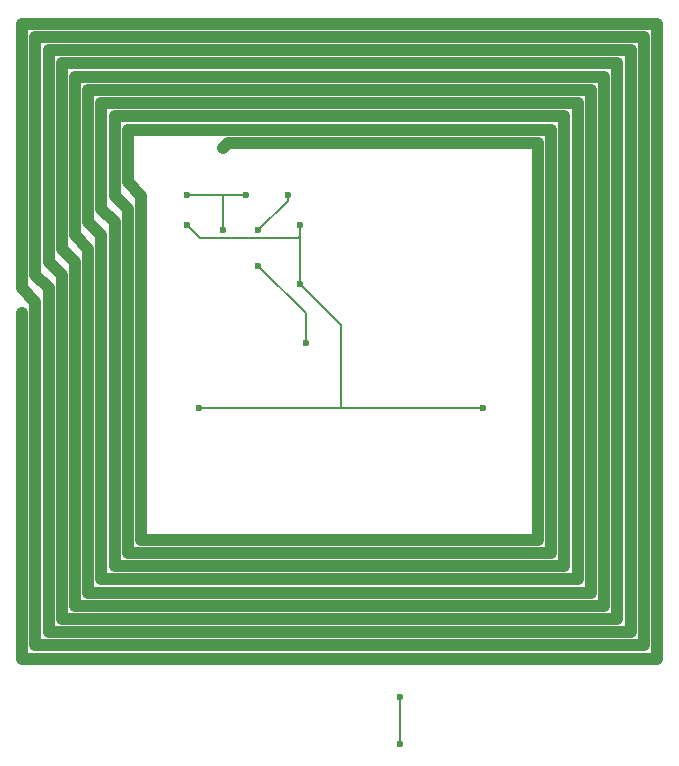
<source format=gbr>
%TF.GenerationSoftware,KiCad,Pcbnew,8.0.3-8.0.3-0~ubuntu24.04.1*%
%TF.CreationDate,2024-06-13T22:02:11+05:00*%
%TF.ProjectId,solartap_mcu_clear,736f6c61-7274-4617-905f-6d63755f636c,rev?*%
%TF.SameCoordinates,Original*%
%TF.FileFunction,Copper,L2,Bot*%
%TF.FilePolarity,Positive*%
%FSLAX46Y46*%
G04 Gerber Fmt 4.6, Leading zero omitted, Abs format (unit mm)*
G04 Created by KiCad (PCBNEW 8.0.3-8.0.3-0~ubuntu24.04.1) date 2024-06-13 22:02:11*
%MOMM*%
%LPD*%
G01*
G04 APERTURE LIST*
%TA.AperFunction,ViaPad*%
%ADD10C,0.600000*%
%TD*%
%TA.AperFunction,Conductor*%
%ADD11C,0.200000*%
%TD*%
%TA.AperFunction,Conductor*%
%ADD12C,1.000000*%
%TD*%
G04 APERTURE END LIST*
D10*
%TO.N,+3.3V*%
X82000000Y-65000000D03*
X91500000Y-70000000D03*
X91500000Y-65000000D03*
X83000000Y-80500000D03*
X107000000Y-80500000D03*
%TO.N,GND*%
X88000000Y-65500000D03*
X100000000Y-105000000D03*
X92000000Y-75000000D03*
X88000000Y-68500000D03*
X100000000Y-109000000D03*
X87000000Y-62500000D03*
X90500000Y-62500000D03*
X85000000Y-65500000D03*
X82000000Y-62500000D03*
%TO.N,Net-(U1-NFC1{slash}P0.09)*%
X85000000Y-58500000D03*
X68000000Y-72500000D03*
%TD*%
D11*
%TO.N,+3.3V*%
X91500000Y-65000000D02*
X91500000Y-66000000D01*
X91500000Y-70000000D02*
X95000000Y-73500000D01*
X95000000Y-73500000D02*
X95000000Y-80500000D01*
X95000000Y-80500000D02*
X107000000Y-80500000D01*
X91500000Y-66000000D02*
X91500000Y-70000000D01*
X107000000Y-80500000D02*
X83000000Y-80500000D01*
%TO.N,GND*%
X100000000Y-105000000D02*
X100000000Y-109000000D01*
X92000000Y-72500000D02*
X92000000Y-75000000D01*
X88000000Y-68500000D02*
X92000000Y-72500000D01*
X88000000Y-65500000D02*
X90500000Y-63000000D01*
X85000000Y-65500000D02*
X85000000Y-62500000D01*
X84000000Y-62500000D02*
X87000000Y-62500000D01*
X90500000Y-63000000D02*
X90500000Y-62500000D01*
X82000000Y-62500000D02*
X84000000Y-62500000D01*
D12*
%TO.N,Net-(U1-NFC1{slash}P0.09)*%
X118400000Y-98400000D02*
X118400000Y-51360000D01*
X68000000Y-72640000D02*
X68000000Y-72500000D01*
X73600000Y-53600000D02*
X73600000Y-64800000D01*
X112800000Y-56960000D02*
X76960000Y-56960000D01*
X68000000Y-70400000D02*
X69120000Y-71520000D01*
X70240000Y-68160000D02*
X71360000Y-69280000D01*
X71360000Y-51360000D02*
X71360000Y-67040000D01*
X68000000Y-48000000D02*
X68000000Y-70400000D01*
X71360000Y-67040000D02*
X72480000Y-68160000D01*
X111680000Y-91680000D02*
X111680000Y-58080000D01*
X76960000Y-63680000D02*
X76960000Y-92800000D01*
X73600000Y-64800000D02*
X74720000Y-65920000D01*
X69120000Y-71520000D02*
X69120000Y-100640000D01*
X75840000Y-93920000D02*
X113920000Y-93920000D01*
X74720000Y-63680000D02*
X75840000Y-64800000D01*
X76960000Y-56960000D02*
X76960000Y-61440000D01*
X119520000Y-50240000D02*
X70240000Y-50240000D01*
X72480000Y-68160000D02*
X72480000Y-97280000D01*
X117280000Y-97280000D02*
X117280000Y-52480000D01*
X74720000Y-95040000D02*
X115040000Y-95040000D01*
X73600000Y-67040000D02*
X73600000Y-96160000D01*
X112800000Y-92800000D02*
X112800000Y-56960000D01*
X72480000Y-65920000D02*
X73600000Y-67040000D01*
X121760000Y-101760000D02*
X121760000Y-48000000D01*
X71360000Y-98400000D02*
X118400000Y-98400000D01*
X120640000Y-100640000D02*
X120640000Y-49120000D01*
X70240000Y-99520000D02*
X119520000Y-99520000D01*
X73600000Y-96160000D02*
X116160000Y-96160000D01*
X75840000Y-64800000D02*
X75840000Y-93920000D01*
X113920000Y-93920000D02*
X113920000Y-55840000D01*
X72480000Y-52480000D02*
X72480000Y-65920000D01*
X76960000Y-61440000D02*
X78080000Y-62560000D01*
X111680000Y-58080000D02*
X85420000Y-58080000D01*
X68000000Y-72500000D02*
X68000000Y-101760000D01*
X69120000Y-100640000D02*
X120640000Y-100640000D01*
X74720000Y-68160000D02*
X74720000Y-95040000D01*
X116160000Y-53600000D02*
X73600000Y-53600000D01*
X72480000Y-97280000D02*
X117280000Y-97280000D01*
X117280000Y-52480000D02*
X72480000Y-52480000D01*
X121760000Y-48000000D02*
X68000000Y-48000000D01*
X78080000Y-62560000D02*
X78080000Y-91680000D01*
X116160000Y-96160000D02*
X116160000Y-53600000D01*
X78080000Y-91680000D02*
X111680000Y-91680000D01*
X70240000Y-50240000D02*
X70240000Y-68160000D01*
X69120000Y-49120000D02*
X69120000Y-69280000D01*
X74720000Y-65920000D02*
X74720000Y-68160000D01*
X69120000Y-69280000D02*
X70240000Y-70400000D01*
X74720000Y-54720000D02*
X74720000Y-63680000D01*
X118400000Y-51360000D02*
X71360000Y-51360000D01*
X113920000Y-55840000D02*
X75840000Y-55840000D01*
X75840000Y-62560000D02*
X76960000Y-63680000D01*
X115040000Y-54720000D02*
X74720000Y-54720000D01*
X75840000Y-55840000D02*
X75840000Y-62560000D01*
X119520000Y-99520000D02*
X119520000Y-50240000D01*
X85420000Y-58080000D02*
X85000000Y-58500000D01*
X68000000Y-101760000D02*
X121760000Y-101760000D01*
X71360000Y-69280000D02*
X71360000Y-98400000D01*
X115040000Y-95040000D02*
X115040000Y-54720000D01*
X70240000Y-70400000D02*
X70240000Y-99520000D01*
X76960000Y-92800000D02*
X112800000Y-92800000D01*
X120640000Y-49120000D02*
X69120000Y-49120000D01*
D11*
%TO.N,+3.3V*%
X82000000Y-65000000D02*
X83100000Y-66100000D01*
X83100000Y-66100000D02*
X91400000Y-66100000D01*
X91400000Y-66100000D02*
X91500000Y-66000000D01*
%TD*%
M02*

</source>
